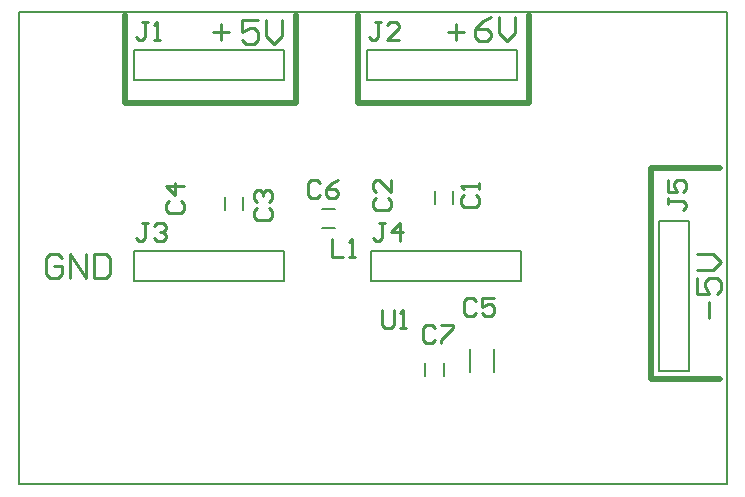
<source format=gto>
G04 Layer_Color=65535*
%FSLAX25Y25*%
%MOIN*%
G70*
G01*
G75*
%ADD18C,0.00500*%
%ADD26C,0.01968*%
%ADD27C,0.00787*%
%ADD28C,0.01000*%
D18*
X0Y157480D02*
X236221D01*
Y0D02*
Y157480D01*
X0Y0D02*
X236221D01*
X0D02*
Y157480D01*
D26*
X210842Y105472D02*
X233842D01*
X113189Y126969D02*
Y156496D01*
X35433Y126969D02*
Y156496D01*
X92520Y126969D02*
Y156496D01*
X210842Y35000D02*
Y105315D01*
Y35000D02*
X233842D01*
X113189Y126969D02*
X170276D01*
X35433D02*
X92520D01*
X170276D02*
Y156496D01*
D27*
X223504Y37834D02*
Y87835D01*
X213504Y37834D02*
X223504D01*
X213504D02*
Y87835D01*
X223504D01*
X141929Y36220D02*
Y40551D01*
X135630Y36220D02*
Y40551D01*
X101181Y85433D02*
X105512D01*
X101181Y91732D02*
X105512D01*
X88661Y67835D02*
Y77835D01*
X38661D02*
X88661D01*
X38661Y67835D02*
Y77835D01*
Y67835D02*
X88661D01*
X167402D02*
Y77835D01*
X117401D02*
X167402D01*
X117401Y67835D02*
Y77835D01*
Y67835D02*
X167402D01*
X88661Y134764D02*
Y144764D01*
X38661D02*
X88661D01*
X38661Y134764D02*
Y144764D01*
Y134764D02*
X88661D01*
X166063D02*
Y144764D01*
X116062D02*
X166063D01*
X116062Y134764D02*
Y144764D01*
Y134764D02*
X166063D01*
X74803Y91339D02*
Y95669D01*
X68898Y91339D02*
Y95669D01*
X144685Y93307D02*
Y97638D01*
X138779Y93307D02*
Y97638D01*
X158661Y37598D02*
Y45079D01*
X150394Y37598D02*
Y45079D01*
D28*
X79669Y154667D02*
X74338D01*
Y150668D01*
X77003Y152001D01*
X78336D01*
X79669Y150668D01*
Y148002D01*
X78336Y146669D01*
X75670D01*
X74338Y148002D01*
X82335Y154667D02*
Y149335D01*
X85001Y146669D01*
X87666Y149335D01*
Y154667D01*
X157425Y155651D02*
X154759Y154318D01*
X152093Y151652D01*
Y148986D01*
X153426Y147653D01*
X156092D01*
X157425Y148986D01*
Y150319D01*
X156092Y151652D01*
X152093D01*
X160091Y155651D02*
Y150319D01*
X162757Y147653D01*
X165422Y150319D01*
Y155651D01*
X14542Y75578D02*
X13209Y76911D01*
X10544D01*
X9211Y75578D01*
Y70246D01*
X10544Y68913D01*
X13209D01*
X14542Y70246D01*
Y72912D01*
X11877D01*
X17208Y68913D02*
Y76911D01*
X22540Y68913D01*
Y76911D01*
X25206D02*
Y68913D01*
X29204D01*
X30537Y70246D01*
Y75578D01*
X29204Y76911D01*
X25206D01*
X230238Y55439D02*
Y60771D01*
X226239Y68768D02*
Y63437D01*
X230238D01*
X228905Y66102D01*
Y67435D01*
X230238Y68768D01*
X232903D01*
X234236Y67435D01*
Y64770D01*
X232903Y63437D01*
X226239Y71434D02*
X231570D01*
X234236Y74100D01*
X231570Y76766D01*
X226239D01*
X143067Y150820D02*
X148398D01*
X145732Y153486D02*
Y148154D01*
X64996Y150820D02*
X70327D01*
X67661Y153486D02*
Y148154D01*
X148545Y96518D02*
X147545Y95519D01*
Y93519D01*
X148545Y92520D01*
X152544D01*
X153543Y93519D01*
Y95519D01*
X152544Y96518D01*
X153543Y98518D02*
Y100517D01*
Y99517D01*
X147545D01*
X148545Y98518D01*
X119017Y95534D02*
X118018Y94534D01*
Y92535D01*
X119017Y91535D01*
X123016D01*
X124016Y92535D01*
Y94534D01*
X123016Y95534D01*
X124016Y101532D02*
Y97534D01*
X120017Y101532D01*
X119017D01*
X118018Y100532D01*
Y98533D01*
X119017Y97534D01*
X79647Y91991D02*
X78648Y90991D01*
Y88992D01*
X79647Y87992D01*
X83646D01*
X84646Y88992D01*
Y90991D01*
X83646Y91991D01*
X79647Y93990D02*
X78648Y94990D01*
Y96989D01*
X79647Y97989D01*
X80647D01*
X81647Y96989D01*
Y95990D01*
Y96989D01*
X82646Y97989D01*
X83646D01*
X84646Y96989D01*
Y94990D01*
X83646Y93990D01*
X50120Y94550D02*
X49120Y93550D01*
Y91551D01*
X50120Y90551D01*
X54118D01*
X55118Y91551D01*
Y93550D01*
X54118Y94550D01*
X55118Y99548D02*
X49120D01*
X52119Y96549D01*
Y100548D01*
X152621Y61101D02*
X151621Y62100D01*
X149622D01*
X148622Y61101D01*
Y57102D01*
X149622Y56102D01*
X151621D01*
X152621Y57102D01*
X158619Y62100D02*
X154620D01*
Y59101D01*
X156620Y60101D01*
X157619D01*
X158619Y59101D01*
Y57102D01*
X157619Y56102D01*
X155620D01*
X154620Y57102D01*
X100343Y100407D02*
X99344Y101406D01*
X97344D01*
X96345Y100407D01*
Y96408D01*
X97344Y95408D01*
X99344D01*
X100343Y96408D01*
X106341Y101406D02*
X104342Y100407D01*
X102343Y98407D01*
Y96408D01*
X103342Y95408D01*
X105342D01*
X106341Y96408D01*
Y97408D01*
X105342Y98407D01*
X102343D01*
X138841Y52242D02*
X137842Y53242D01*
X135842D01*
X134843Y52242D01*
Y48244D01*
X135842Y47244D01*
X137842D01*
X138841Y48244D01*
X140841Y53242D02*
X144839D01*
Y52242D01*
X140841Y48244D01*
Y47244D01*
X43260Y154173D02*
X41260D01*
X42260D01*
Y149174D01*
X41260Y148175D01*
X40261D01*
X39261Y149174D01*
X45259Y148175D02*
X47258D01*
X46259D01*
Y154173D01*
X45259Y153173D01*
X120694Y154135D02*
X118694D01*
X119694D01*
Y149136D01*
X118694Y148137D01*
X117695D01*
X116695Y149136D01*
X126692Y148137D02*
X122693D01*
X126692Y152135D01*
Y153135D01*
X125692Y154135D01*
X123693D01*
X122693Y153135D01*
X43286Y87238D02*
X41287D01*
X42287D01*
Y82239D01*
X41287Y81240D01*
X40288D01*
X39288Y82239D01*
X45286Y86238D02*
X46286Y87238D01*
X48285D01*
X49285Y86238D01*
Y85238D01*
X48285Y84239D01*
X47285D01*
X48285D01*
X49285Y83239D01*
Y82239D01*
X48285Y81240D01*
X46286D01*
X45286Y82239D01*
X122000Y87176D02*
X120001D01*
X121000D01*
Y82178D01*
X120001Y81178D01*
X119001D01*
X118001Y82178D01*
X126998Y81178D02*
Y87176D01*
X123999Y84177D01*
X127998D01*
X216443Y95534D02*
Y93535D01*
Y94534D01*
X221441D01*
X222441Y93535D01*
Y92535D01*
X221441Y91535D01*
X216443Y101532D02*
Y97534D01*
X219442D01*
X218442Y99533D01*
Y100532D01*
X219442Y101532D01*
X221441D01*
X222441Y100532D01*
Y98533D01*
X221441Y97534D01*
X104331Y81786D02*
Y75787D01*
X108329D01*
X110329D02*
X112328D01*
X111328D01*
Y81786D01*
X110329Y80786D01*
X121063Y58163D02*
Y53165D01*
X122063Y52165D01*
X124062D01*
X125062Y53165D01*
Y58163D01*
X127061Y52165D02*
X129060D01*
X128061D01*
Y58163D01*
X127061Y57164D01*
M02*

</source>
